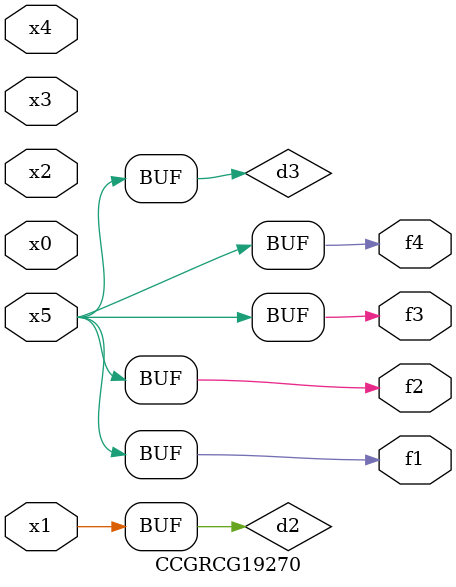
<source format=v>
module CCGRCG19270(
	input x0, x1, x2, x3, x4, x5,
	output f1, f2, f3, f4
);

	wire d1, d2, d3;

	not (d1, x5);
	or (d2, x1);
	xnor (d3, d1);
	assign f1 = d3;
	assign f2 = d3;
	assign f3 = d3;
	assign f4 = d3;
endmodule

</source>
